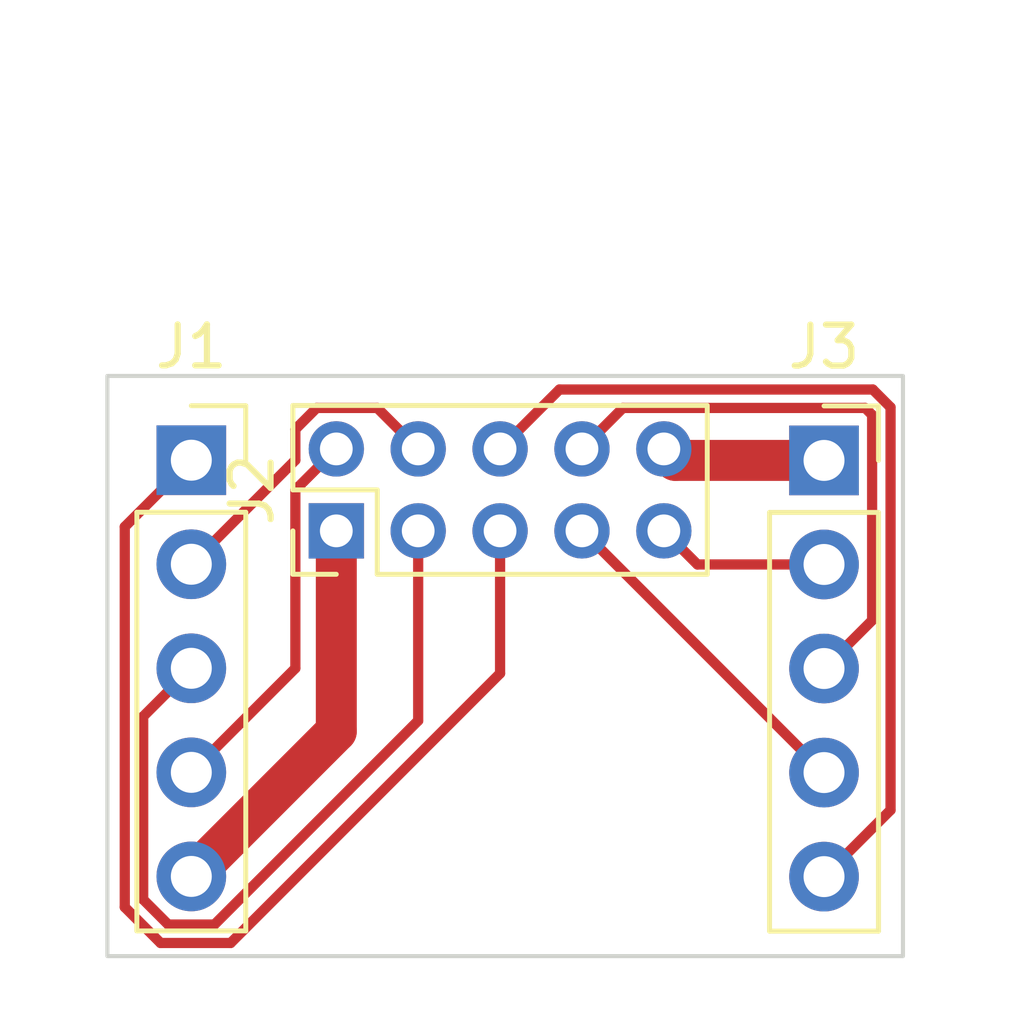
<source format=kicad_pcb>
(kicad_pcb (version 20171130) (host pcbnew 5.1.10-88a1d61d58~88~ubuntu18.04.1)

  (general
    (thickness 1.6)
    (drawings 1)
    (tracks 38)
    (zones 0)
    (modules 3)
    (nets 11)
  )

  (page A4)
  (layers
    (0 F.Cu signal)
    (31 B.Cu signal)
    (32 B.Adhes user)
    (33 F.Adhes user)
    (34 B.Paste user)
    (35 F.Paste user)
    (36 B.SilkS user)
    (37 F.SilkS user)
    (38 B.Mask user)
    (39 F.Mask user)
    (40 Dwgs.User user)
    (41 Cmts.User user)
    (42 Eco1.User user)
    (43 Eco2.User user)
    (44 Edge.Cuts user)
    (45 Margin user)
    (46 B.CrtYd user)
    (47 F.CrtYd user)
    (48 B.Fab user)
    (49 F.Fab user)
  )

  (setup
    (last_trace_width 0.25)
    (user_trace_width 1)
    (trace_clearance 0.2)
    (zone_clearance 0.508)
    (zone_45_only no)
    (trace_min 0.2)
    (via_size 0.8)
    (via_drill 0.4)
    (via_min_size 0.4)
    (via_min_drill 0.3)
    (uvia_size 0.3)
    (uvia_drill 0.1)
    (uvias_allowed no)
    (uvia_min_size 0.2)
    (uvia_min_drill 0.1)
    (edge_width 0.05)
    (segment_width 0.2)
    (pcb_text_width 0.3)
    (pcb_text_size 1.5 1.5)
    (mod_edge_width 0.12)
    (mod_text_size 1 1)
    (mod_text_width 0.15)
    (pad_size 1.524 1.524)
    (pad_drill 0.762)
    (pad_to_mask_clearance 0)
    (aux_axis_origin 0 0)
    (visible_elements FFFFFF7F)
    (pcbplotparams
      (layerselection 0x010fc_ffffffff)
      (usegerberextensions false)
      (usegerberattributes true)
      (usegerberadvancedattributes true)
      (creategerberjobfile true)
      (excludeedgelayer true)
      (linewidth 0.100000)
      (plotframeref false)
      (viasonmask false)
      (mode 1)
      (useauxorigin false)
      (hpglpennumber 1)
      (hpglpenspeed 20)
      (hpglpendiameter 15.000000)
      (psnegative false)
      (psa4output false)
      (plotreference true)
      (plotvalue true)
      (plotinvisibletext false)
      (padsonsilk false)
      (subtractmaskfromsilk false)
      (outputformat 1)
      (mirror false)
      (drillshape 1)
      (scaleselection 1)
      (outputdirectory ""))
  )

  (net 0 "")
  (net 1 "Net-(J1-Pad5)")
  (net 2 "Net-(J1-Pad4)")
  (net 3 "Net-(J1-Pad3)")
  (net 4 "Net-(J1-Pad2)")
  (net 5 "Net-(J1-Pad1)")
  (net 6 "Net-(J2-Pad10)")
  (net 7 "Net-(J2-Pad9)")
  (net 8 "Net-(J2-Pad8)")
  (net 9 "Net-(J2-Pad7)")
  (net 10 "Net-(J2-Pad6)")

  (net_class Default "This is the default net class."
    (clearance 0.2)
    (trace_width 0.25)
    (via_dia 0.8)
    (via_drill 0.4)
    (uvia_dia 0.3)
    (uvia_drill 0.1)
    (add_net "Net-(J1-Pad1)")
    (add_net "Net-(J1-Pad2)")
    (add_net "Net-(J1-Pad3)")
    (add_net "Net-(J1-Pad4)")
    (add_net "Net-(J1-Pad5)")
    (add_net "Net-(J2-Pad10)")
    (add_net "Net-(J2-Pad6)")
    (add_net "Net-(J2-Pad7)")
    (add_net "Net-(J2-Pad8)")
    (add_net "Net-(J2-Pad9)")
  )

  (module Connector_PinHeader_2.00mm:PinHeader_2x05_P2.00mm_Vertical (layer F.Cu) (tedit 59FED667) (tstamp 60F620DA)
    (at 128.31622 35.50158 90)
    (descr "Through hole straight pin header, 2x05, 2.00mm pitch, double rows")
    (tags "Through hole pin header THT 2x05 2.00mm double row")
    (path /60F6038D)
    (fp_text reference J2 (at 1 -2.06 90) (layer F.SilkS)
      (effects (font (size 1 1) (thickness 0.15)))
    )
    (fp_text value Conn_02x05_Counter_Clockwise (at 1 10.06 90) (layer F.Fab)
      (effects (font (size 1 1) (thickness 0.15)))
    )
    (fp_line (start 3.5 -1.5) (end -1.5 -1.5) (layer F.CrtYd) (width 0.05))
    (fp_line (start 3.5 9.5) (end 3.5 -1.5) (layer F.CrtYd) (width 0.05))
    (fp_line (start -1.5 9.5) (end 3.5 9.5) (layer F.CrtYd) (width 0.05))
    (fp_line (start -1.5 -1.5) (end -1.5 9.5) (layer F.CrtYd) (width 0.05))
    (fp_line (start -1.06 -1.06) (end 0 -1.06) (layer F.SilkS) (width 0.12))
    (fp_line (start -1.06 0) (end -1.06 -1.06) (layer F.SilkS) (width 0.12))
    (fp_line (start 1 -1.06) (end 3.06 -1.06) (layer F.SilkS) (width 0.12))
    (fp_line (start 1 1) (end 1 -1.06) (layer F.SilkS) (width 0.12))
    (fp_line (start -1.06 1) (end 1 1) (layer F.SilkS) (width 0.12))
    (fp_line (start 3.06 -1.06) (end 3.06 9.06) (layer F.SilkS) (width 0.12))
    (fp_line (start -1.06 1) (end -1.06 9.06) (layer F.SilkS) (width 0.12))
    (fp_line (start -1.06 9.06) (end 3.06 9.06) (layer F.SilkS) (width 0.12))
    (fp_line (start -1 0) (end 0 -1) (layer F.Fab) (width 0.1))
    (fp_line (start -1 9) (end -1 0) (layer F.Fab) (width 0.1))
    (fp_line (start 3 9) (end -1 9) (layer F.Fab) (width 0.1))
    (fp_line (start 3 -1) (end 3 9) (layer F.Fab) (width 0.1))
    (fp_line (start 0 -1) (end 3 -1) (layer F.Fab) (width 0.1))
    (fp_text user %R (at 1 4) (layer F.Fab)
      (effects (font (size 1 1) (thickness 0.15)))
    )
    (pad 10 thru_hole oval (at 2 8 90) (size 1.35 1.35) (drill 0.8) (layers *.Cu *.Mask)
      (net 6 "Net-(J2-Pad10)"))
    (pad 9 thru_hole oval (at 0 8 90) (size 1.35 1.35) (drill 0.8) (layers *.Cu *.Mask)
      (net 7 "Net-(J2-Pad9)"))
    (pad 8 thru_hole oval (at 2 6 90) (size 1.35 1.35) (drill 0.8) (layers *.Cu *.Mask)
      (net 8 "Net-(J2-Pad8)"))
    (pad 7 thru_hole oval (at 0 6 90) (size 1.35 1.35) (drill 0.8) (layers *.Cu *.Mask)
      (net 9 "Net-(J2-Pad7)"))
    (pad 6 thru_hole oval (at 2 4 90) (size 1.35 1.35) (drill 0.8) (layers *.Cu *.Mask)
      (net 10 "Net-(J2-Pad6)"))
    (pad 5 thru_hole oval (at 0 4 90) (size 1.35 1.35) (drill 0.8) (layers *.Cu *.Mask)
      (net 5 "Net-(J1-Pad1)"))
    (pad 4 thru_hole oval (at 2 2 90) (size 1.35 1.35) (drill 0.8) (layers *.Cu *.Mask)
      (net 4 "Net-(J1-Pad2)"))
    (pad 3 thru_hole oval (at 0 2 90) (size 1.35 1.35) (drill 0.8) (layers *.Cu *.Mask)
      (net 3 "Net-(J1-Pad3)"))
    (pad 2 thru_hole oval (at 2 0 90) (size 1.35 1.35) (drill 0.8) (layers *.Cu *.Mask)
      (net 2 "Net-(J1-Pad4)"))
    (pad 1 thru_hole rect (at 0 0 90) (size 1.35 1.35) (drill 0.8) (layers *.Cu *.Mask)
      (net 1 "Net-(J1-Pad5)"))
    (model ${KISYS3DMOD}/Connector_PinHeader_2.00mm.3dshapes/PinHeader_2x05_P2.00mm_Vertical.wrl
      (at (xyz 0 0 0))
      (scale (xyz 1 1 1))
      (rotate (xyz 0 0 0))
    )
  )

  (module Connector_PinSocket_2.54mm:PinSocket_1x05_P2.54mm_Vertical (layer F.Cu) (tedit 5A19A420) (tstamp 60F620F3)
    (at 140.22832 33.782)
    (descr "Through hole straight socket strip, 1x05, 2.54mm pitch, single row (from Kicad 4.0.7), script generated")
    (tags "Through hole socket strip THT 1x05 2.54mm single row")
    (path /60F6081B)
    (fp_text reference J3 (at 0 -2.77) (layer F.SilkS)
      (effects (font (size 1 1) (thickness 0.15)))
    )
    (fp_text value Conn_01x05 (at 0 12.93) (layer F.Fab)
      (effects (font (size 1 1) (thickness 0.15)))
    )
    (fp_line (start -1.8 11.9) (end -1.8 -1.8) (layer F.CrtYd) (width 0.05))
    (fp_line (start 1.75 11.9) (end -1.8 11.9) (layer F.CrtYd) (width 0.05))
    (fp_line (start 1.75 -1.8) (end 1.75 11.9) (layer F.CrtYd) (width 0.05))
    (fp_line (start -1.8 -1.8) (end 1.75 -1.8) (layer F.CrtYd) (width 0.05))
    (fp_line (start 0 -1.33) (end 1.33 -1.33) (layer F.SilkS) (width 0.12))
    (fp_line (start 1.33 -1.33) (end 1.33 0) (layer F.SilkS) (width 0.12))
    (fp_line (start 1.33 1.27) (end 1.33 11.49) (layer F.SilkS) (width 0.12))
    (fp_line (start -1.33 11.49) (end 1.33 11.49) (layer F.SilkS) (width 0.12))
    (fp_line (start -1.33 1.27) (end -1.33 11.49) (layer F.SilkS) (width 0.12))
    (fp_line (start -1.33 1.27) (end 1.33 1.27) (layer F.SilkS) (width 0.12))
    (fp_line (start -1.27 11.43) (end -1.27 -1.27) (layer F.Fab) (width 0.1))
    (fp_line (start 1.27 11.43) (end -1.27 11.43) (layer F.Fab) (width 0.1))
    (fp_line (start 1.27 -0.635) (end 1.27 11.43) (layer F.Fab) (width 0.1))
    (fp_line (start 0.635 -1.27) (end 1.27 -0.635) (layer F.Fab) (width 0.1))
    (fp_line (start -1.27 -1.27) (end 0.635 -1.27) (layer F.Fab) (width 0.1))
    (fp_text user %R (at 0 5.08 90) (layer F.Fab)
      (effects (font (size 1 1) (thickness 0.15)))
    )
    (pad 5 thru_hole oval (at 0 10.16) (size 1.7 1.7) (drill 1) (layers *.Cu *.Mask)
      (net 10 "Net-(J2-Pad6)"))
    (pad 4 thru_hole oval (at 0 7.62) (size 1.7 1.7) (drill 1) (layers *.Cu *.Mask)
      (net 9 "Net-(J2-Pad7)"))
    (pad 3 thru_hole oval (at 0 5.08) (size 1.7 1.7) (drill 1) (layers *.Cu *.Mask)
      (net 8 "Net-(J2-Pad8)"))
    (pad 2 thru_hole oval (at 0 2.54) (size 1.7 1.7) (drill 1) (layers *.Cu *.Mask)
      (net 7 "Net-(J2-Pad9)"))
    (pad 1 thru_hole rect (at 0 0) (size 1.7 1.7) (drill 1) (layers *.Cu *.Mask)
      (net 6 "Net-(J2-Pad10)"))
    (model ${KISYS3DMOD}/Connector_PinSocket_2.54mm.3dshapes/PinSocket_1x05_P2.54mm_Vertical.wrl
      (at (xyz 0 0 0))
      (scale (xyz 1 1 1))
      (rotate (xyz 0 0 0))
    )
  )

  (module Connector_PinSocket_2.54mm:PinSocket_1x05_P2.54mm_Vertical (layer F.Cu) (tedit 5A19A420) (tstamp 60F620BA)
    (at 124.77496 33.77692)
    (descr "Through hole straight socket strip, 1x05, 2.54mm pitch, single row (from Kicad 4.0.7), script generated")
    (tags "Through hole socket strip THT 1x05 2.54mm single row")
    (path /60F61945)
    (fp_text reference J1 (at 0 -2.77) (layer F.SilkS)
      (effects (font (size 1 1) (thickness 0.15)))
    )
    (fp_text value Conn_01x05 (at 0 12.93) (layer F.Fab)
      (effects (font (size 1 1) (thickness 0.15)))
    )
    (fp_line (start -1.8 11.9) (end -1.8 -1.8) (layer F.CrtYd) (width 0.05))
    (fp_line (start 1.75 11.9) (end -1.8 11.9) (layer F.CrtYd) (width 0.05))
    (fp_line (start 1.75 -1.8) (end 1.75 11.9) (layer F.CrtYd) (width 0.05))
    (fp_line (start -1.8 -1.8) (end 1.75 -1.8) (layer F.CrtYd) (width 0.05))
    (fp_line (start 0 -1.33) (end 1.33 -1.33) (layer F.SilkS) (width 0.12))
    (fp_line (start 1.33 -1.33) (end 1.33 0) (layer F.SilkS) (width 0.12))
    (fp_line (start 1.33 1.27) (end 1.33 11.49) (layer F.SilkS) (width 0.12))
    (fp_line (start -1.33 11.49) (end 1.33 11.49) (layer F.SilkS) (width 0.12))
    (fp_line (start -1.33 1.27) (end -1.33 11.49) (layer F.SilkS) (width 0.12))
    (fp_line (start -1.33 1.27) (end 1.33 1.27) (layer F.SilkS) (width 0.12))
    (fp_line (start -1.27 11.43) (end -1.27 -1.27) (layer F.Fab) (width 0.1))
    (fp_line (start 1.27 11.43) (end -1.27 11.43) (layer F.Fab) (width 0.1))
    (fp_line (start 1.27 -0.635) (end 1.27 11.43) (layer F.Fab) (width 0.1))
    (fp_line (start 0.635 -1.27) (end 1.27 -0.635) (layer F.Fab) (width 0.1))
    (fp_line (start -1.27 -1.27) (end 0.635 -1.27) (layer F.Fab) (width 0.1))
    (fp_text user %R (at 0 5.08 90) (layer F.Fab)
      (effects (font (size 1 1) (thickness 0.15)))
    )
    (pad 5 thru_hole oval (at 0 10.16) (size 1.7 1.7) (drill 1) (layers *.Cu *.Mask)
      (net 1 "Net-(J1-Pad5)"))
    (pad 4 thru_hole oval (at 0 7.62) (size 1.7 1.7) (drill 1) (layers *.Cu *.Mask)
      (net 2 "Net-(J1-Pad4)"))
    (pad 3 thru_hole oval (at 0 5.08) (size 1.7 1.7) (drill 1) (layers *.Cu *.Mask)
      (net 3 "Net-(J1-Pad3)"))
    (pad 2 thru_hole oval (at 0 2.54) (size 1.7 1.7) (drill 1) (layers *.Cu *.Mask)
      (net 4 "Net-(J1-Pad2)"))
    (pad 1 thru_hole rect (at 0 0) (size 1.7 1.7) (drill 1) (layers *.Cu *.Mask)
      (net 5 "Net-(J1-Pad1)"))
    (model ${KISYS3DMOD}/Connector_PinSocket_2.54mm.3dshapes/PinSocket_1x05_P2.54mm_Vertical.wrl
      (at (xyz 0 0 0))
      (scale (xyz 1 1 1))
      (rotate (xyz 0 0 0))
    )
  )

  (gr_poly (pts (xy 142.15618 45.88256) (xy 122.72518 45.88256) (xy 122.72518 31.71952) (xy 142.15618 31.71952)) (layer Edge.Cuts) (width 0.1))

  (segment (start 128.31622 40.39566) (end 128.31622 35.50158) (width 1) (layer F.Cu) (net 1))
  (segment (start 124.77496 43.93692) (end 128.31622 40.39566) (width 1) (layer F.Cu) (net 1))
  (segment (start 127.316219 34.501581) (end 128.31622 33.50158) (width 0.25) (layer F.Cu) (net 2))
  (segment (start 127.316219 38.855661) (end 127.316219 34.501581) (width 0.25) (layer F.Cu) (net 2))
  (segment (start 124.77496 41.39692) (end 127.316219 38.855661) (width 0.25) (layer F.Cu) (net 2))
  (segment (start 124.210959 45.111921) (end 125.338961 45.111921) (width 0.25) (layer F.Cu) (net 3))
  (segment (start 130.31622 40.134662) (end 130.31622 35.50158) (width 0.25) (layer F.Cu) (net 3))
  (segment (start 123.599959 44.500921) (end 124.210959 45.111921) (width 0.25) (layer F.Cu) (net 3))
  (segment (start 125.338961 45.111921) (end 130.31622 40.134662) (width 0.25) (layer F.Cu) (net 3))
  (segment (start 123.599959 40.031921) (end 123.599959 44.500921) (width 0.25) (layer F.Cu) (net 3))
  (segment (start 124.77496 38.85692) (end 123.599959 40.031921) (width 0.25) (layer F.Cu) (net 3))
  (segment (start 127.836219 32.501579) (end 129.316219 32.501579) (width 0.25) (layer F.Cu) (net 4))
  (segment (start 129.316219 32.501579) (end 130.31622 33.50158) (width 0.25) (layer F.Cu) (net 4))
  (segment (start 127.316219 33.021579) (end 127.836219 32.501579) (width 0.25) (layer F.Cu) (net 4))
  (segment (start 127.316219 33.775661) (end 127.316219 33.021579) (width 0.25) (layer F.Cu) (net 4))
  (segment (start 124.77496 36.31692) (end 127.316219 33.775661) (width 0.25) (layer F.Cu) (net 4))
  (segment (start 132.31622 38.981582) (end 132.31622 35.50158) (width 0.25) (layer F.Cu) (net 5))
  (segment (start 125.735871 45.561931) (end 132.31622 38.981582) (width 0.25) (layer F.Cu) (net 5))
  (segment (start 124.024559 45.561931) (end 125.735871 45.561931) (width 0.25) (layer F.Cu) (net 5))
  (segment (start 123.14995 44.687322) (end 124.024559 45.561931) (width 0.25) (layer F.Cu) (net 5))
  (segment (start 123.14995 35.40193) (end 123.14995 44.687322) (width 0.25) (layer F.Cu) (net 5))
  (segment (start 124.77496 33.77692) (end 123.14995 35.40193) (width 0.25) (layer F.Cu) (net 5))
  (segment (start 136.59664 33.782) (end 136.31622 33.50158) (width 1) (layer F.Cu) (net 6))
  (segment (start 140.22832 33.782) (end 136.59664 33.782) (width 1) (layer F.Cu) (net 6))
  (segment (start 137.13664 36.322) (end 136.31622 35.50158) (width 0.25) (layer F.Cu) (net 7))
  (segment (start 140.22832 36.322) (end 137.13664 36.322) (width 0.25) (layer F.Cu) (net 7))
  (segment (start 141.232901 32.501579) (end 135.316221 32.501579) (width 0.25) (layer F.Cu) (net 8))
  (segment (start 141.403321 32.671999) (end 141.232901 32.501579) (width 0.25) (layer F.Cu) (net 8))
  (segment (start 141.403321 37.686999) (end 141.403321 32.671999) (width 0.25) (layer F.Cu) (net 8))
  (segment (start 135.316221 32.501579) (end 134.31622 33.50158) (width 0.25) (layer F.Cu) (net 8))
  (segment (start 140.22832 38.862) (end 141.403321 37.686999) (width 0.25) (layer F.Cu) (net 8))
  (segment (start 134.3279 35.50158) (end 134.31622 35.50158) (width 0.25) (layer F.Cu) (net 9))
  (segment (start 140.22832 41.402) (end 134.3279 35.50158) (width 0.25) (layer F.Cu) (net 9))
  (segment (start 141.85333 32.485598) (end 141.419301 32.051569) (width 0.25) (layer F.Cu) (net 10))
  (segment (start 140.22832 43.942) (end 141.853331 42.316989) (width 0.25) (layer F.Cu) (net 10))
  (segment (start 141.853331 42.316989) (end 141.85333 32.485598) (width 0.25) (layer F.Cu) (net 10))
  (segment (start 133.766231 32.051569) (end 132.31622 33.50158) (width 0.25) (layer F.Cu) (net 10))
  (segment (start 141.419301 32.051569) (end 133.766231 32.051569) (width 0.25) (layer F.Cu) (net 10))

)

</source>
